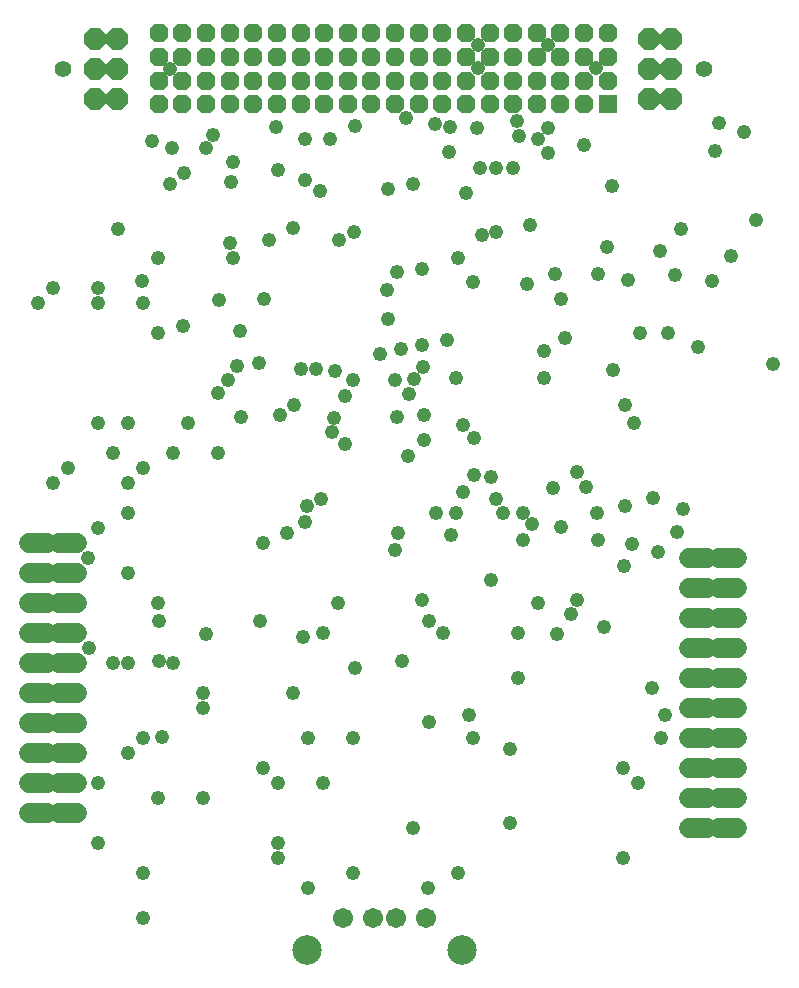
<source format=gbs>
G75*
%MOIN*%
%OFA0B0*%
%FSLAX25Y25*%
%IPPOS*%
%LPD*%
%AMOC8*
5,1,8,0,0,1.08239X$1,22.5*
%
%ADD10C,0.06800*%
%ADD11C,0.05524*%
%ADD12OC8,0.07296*%
%ADD13R,0.06186X0.06186*%
%ADD14OC8,0.06186*%
%ADD15C,0.06737*%
%ADD16C,0.09855*%
%ADD17C,0.04762*%
D10*
X0042000Y0090950D02*
X0048000Y0090950D01*
X0052000Y0090950D02*
X0058000Y0090950D01*
X0058000Y0100950D02*
X0052000Y0100950D01*
X0048000Y0100950D02*
X0042000Y0100950D01*
X0042000Y0110950D02*
X0048000Y0110950D01*
X0052000Y0110950D02*
X0058000Y0110950D01*
X0058000Y0120950D02*
X0052000Y0120950D01*
X0048000Y0120950D02*
X0042000Y0120950D01*
X0042000Y0130950D02*
X0048000Y0130950D01*
X0052000Y0130950D02*
X0058000Y0130950D01*
X0058000Y0140950D02*
X0052000Y0140950D01*
X0048000Y0140950D02*
X0042000Y0140950D01*
X0042000Y0150950D02*
X0048000Y0150950D01*
X0052000Y0150950D02*
X0058000Y0150950D01*
X0058000Y0160950D02*
X0052000Y0160950D01*
X0048000Y0160950D02*
X0042000Y0160950D01*
X0042000Y0170950D02*
X0048000Y0170950D01*
X0052000Y0170950D02*
X0058000Y0170950D01*
X0058000Y0180950D02*
X0052000Y0180950D01*
X0048000Y0180950D02*
X0042000Y0180950D01*
X0262000Y0175950D02*
X0268000Y0175950D01*
X0272000Y0175950D02*
X0278000Y0175950D01*
X0278000Y0165950D02*
X0272000Y0165950D01*
X0268000Y0165950D02*
X0262000Y0165950D01*
X0262000Y0155950D02*
X0268000Y0155950D01*
X0272000Y0155950D02*
X0278000Y0155950D01*
X0278000Y0145950D02*
X0272000Y0145950D01*
X0268000Y0145950D02*
X0262000Y0145950D01*
X0262000Y0135950D02*
X0268000Y0135950D01*
X0272000Y0135950D02*
X0278000Y0135950D01*
X0278000Y0125950D02*
X0272000Y0125950D01*
X0268000Y0125950D02*
X0262000Y0125950D01*
X0262000Y0115950D02*
X0268000Y0115950D01*
X0272000Y0115950D02*
X0278000Y0115950D01*
X0278000Y0105950D02*
X0272000Y0105950D01*
X0268000Y0105950D02*
X0262000Y0105950D01*
X0262000Y0095950D02*
X0268000Y0095950D01*
X0272000Y0095950D02*
X0278000Y0095950D01*
X0278000Y0085950D02*
X0272000Y0085950D01*
X0268000Y0085950D02*
X0262000Y0085950D01*
D11*
X0266870Y0338942D03*
X0053130Y0338942D03*
D12*
X0063996Y0339060D03*
X0063996Y0329060D03*
X0071398Y0329060D03*
X0071398Y0339060D03*
X0071398Y0349060D03*
X0063996Y0349060D03*
X0248602Y0349056D03*
X0256004Y0349056D03*
X0256004Y0339056D03*
X0256004Y0329056D03*
X0248602Y0329056D03*
X0248602Y0339056D03*
D13*
X0234803Y0327249D03*
D14*
X0234803Y0335123D03*
X0226929Y0335123D03*
X0226929Y0327249D03*
X0219055Y0327249D03*
X0219055Y0335123D03*
X0211181Y0335123D03*
X0211181Y0327249D03*
X0203307Y0327249D03*
X0195433Y0327249D03*
X0195433Y0335123D03*
X0203307Y0335123D03*
X0203307Y0342997D03*
X0195433Y0342997D03*
X0195433Y0350871D03*
X0203307Y0350871D03*
X0211181Y0350871D03*
X0211181Y0342997D03*
X0219055Y0342997D03*
X0226929Y0342997D03*
X0226929Y0350871D03*
X0219055Y0350871D03*
X0234803Y0350871D03*
X0234803Y0342997D03*
X0187559Y0342997D03*
X0179685Y0342997D03*
X0179685Y0350871D03*
X0187559Y0350871D03*
X0187559Y0335123D03*
X0187559Y0327249D03*
X0179685Y0327249D03*
X0179685Y0335123D03*
X0171811Y0335123D03*
X0171811Y0327249D03*
X0163937Y0327249D03*
X0163937Y0335123D03*
X0156063Y0335123D03*
X0156063Y0327249D03*
X0148189Y0327249D03*
X0148189Y0335123D03*
X0140315Y0335123D03*
X0140315Y0327249D03*
X0132441Y0327249D03*
X0132441Y0335123D03*
X0124567Y0335123D03*
X0124567Y0327249D03*
X0116693Y0327249D03*
X0108819Y0327249D03*
X0108819Y0335123D03*
X0116693Y0335123D03*
X0116693Y0342997D03*
X0124567Y0342997D03*
X0124567Y0350871D03*
X0116693Y0350871D03*
X0108819Y0350871D03*
X0108819Y0342997D03*
X0100945Y0342997D03*
X0093071Y0342997D03*
X0093071Y0350871D03*
X0100945Y0350871D03*
X0100945Y0335123D03*
X0100945Y0327249D03*
X0093071Y0327249D03*
X0093071Y0335123D03*
X0085197Y0335123D03*
X0085197Y0327249D03*
X0085197Y0342997D03*
X0085197Y0350871D03*
X0132441Y0350871D03*
X0132441Y0342997D03*
X0140315Y0342997D03*
X0140315Y0350871D03*
X0148189Y0350871D03*
X0148189Y0342997D03*
X0156063Y0342997D03*
X0156063Y0350871D03*
X0163937Y0350871D03*
X0163937Y0342997D03*
X0171811Y0342997D03*
X0171811Y0350871D03*
D15*
X0174230Y0056142D03*
X0164387Y0056142D03*
X0156513Y0056142D03*
X0146670Y0056142D03*
D16*
X0134584Y0045472D03*
X0186316Y0045472D03*
D17*
X0065000Y0080950D03*
X0080000Y0070950D03*
X0080000Y0055950D03*
X0085000Y0095950D03*
X0075000Y0110950D03*
X0080000Y0115950D03*
X0086375Y0116275D03*
X0100000Y0125950D03*
X0100000Y0130950D03*
X0090000Y0140950D03*
X0085250Y0141700D03*
X0075000Y0140950D03*
X0070000Y0140950D03*
X0061800Y0145950D03*
X0085250Y0155200D03*
X0085000Y0160950D03*
X0075000Y0170950D03*
X0061575Y0175950D03*
X0065000Y0185950D03*
X0075000Y0190950D03*
X0075000Y0200950D03*
X0080000Y0205950D03*
X0090000Y0210950D03*
X0095000Y0220950D03*
X0105000Y0230950D03*
X0108200Y0235525D03*
X0111350Y0240025D03*
X0118425Y0240900D03*
X0112250Y0251725D03*
X0105275Y0262075D03*
X0110000Y0275950D03*
X0108875Y0281200D03*
X0121925Y0282100D03*
X0130025Y0285925D03*
X0139025Y0298525D03*
X0133850Y0302125D03*
X0124775Y0305500D03*
X0134075Y0315625D03*
X0142400Y0315850D03*
X0150725Y0319900D03*
X0167600Y0322600D03*
X0177275Y0320575D03*
X0182225Y0319675D03*
X0182000Y0311350D03*
X0191225Y0319450D03*
X0192350Y0305950D03*
X0197750Y0305950D03*
X0203375Y0305950D03*
X0205400Y0316750D03*
X0204725Y0321700D03*
X0211475Y0315850D03*
X0215075Y0319450D03*
X0215000Y0310950D03*
X0227000Y0313600D03*
X0236225Y0300100D03*
X0234650Y0279850D03*
X0231500Y0270850D03*
X0241625Y0268825D03*
X0252200Y0278500D03*
X0257375Y0270400D03*
X0269750Y0268375D03*
X0276050Y0276700D03*
X0284375Y0288850D03*
X0270725Y0311625D03*
X0271775Y0321025D03*
X0280325Y0318100D03*
X0259400Y0285700D03*
X0255000Y0250950D03*
X0245450Y0251050D03*
X0236450Y0238675D03*
X0240500Y0227200D03*
X0243650Y0220900D03*
X0227675Y0199750D03*
X0224750Y0204700D03*
X0216425Y0199300D03*
X0206750Y0191200D03*
X0209675Y0187375D03*
X0206750Y0182200D03*
X0200000Y0191200D03*
X0197750Y0195700D03*
X0195950Y0202900D03*
X0190100Y0203800D03*
X0186500Y0197950D03*
X0184250Y0191200D03*
X0177750Y0190950D03*
X0182450Y0183550D03*
X0195950Y0168700D03*
X0211475Y0161050D03*
X0222500Y0157450D03*
X0224750Y0161950D03*
X0233750Y0152950D03*
X0218000Y0150700D03*
X0205000Y0150950D03*
X0205000Y0135950D03*
X0190000Y0115950D03*
X0188750Y0123700D03*
X0175250Y0121450D03*
X0166250Y0141700D03*
X0150500Y0139450D03*
X0140000Y0150950D03*
X0133175Y0149575D03*
X0119000Y0155200D03*
X0101000Y0150700D03*
X0130000Y0130950D03*
X0135000Y0115950D03*
X0150000Y0115950D03*
X0140000Y0100950D03*
X0125000Y0100950D03*
X0120000Y0105950D03*
X0100000Y0095950D03*
X0125000Y0080950D03*
X0125000Y0075950D03*
X0135000Y0065950D03*
X0150000Y0070950D03*
X0170000Y0085950D03*
X0185000Y0070950D03*
X0175000Y0065950D03*
X0202250Y0087700D03*
X0202250Y0112450D03*
X0180000Y0150950D03*
X0175250Y0155200D03*
X0173000Y0161950D03*
X0163875Y0178700D03*
X0164900Y0184450D03*
X0168275Y0209875D03*
X0173450Y0215275D03*
X0173450Y0223600D03*
X0168500Y0230575D03*
X0170175Y0235725D03*
X0173225Y0239575D03*
X0172775Y0247000D03*
X0165800Y0245650D03*
X0159050Y0244075D03*
X0163775Y0235300D03*
X0164675Y0223150D03*
X0147350Y0229900D03*
X0150050Y0235300D03*
X0143975Y0238450D03*
X0137450Y0238900D03*
X0132500Y0239125D03*
X0130250Y0227200D03*
X0125525Y0223600D03*
X0112475Y0222925D03*
X0105000Y0210950D03*
X0120000Y0180950D03*
X0128000Y0184450D03*
X0134075Y0188050D03*
X0134750Y0193450D03*
X0139250Y0195700D03*
X0147125Y0213925D03*
X0142850Y0217975D03*
X0143750Y0222700D03*
X0161525Y0255775D03*
X0161125Y0265225D03*
X0164675Y0271300D03*
X0173000Y0272425D03*
X0185000Y0275950D03*
X0189875Y0267925D03*
X0193025Y0283675D03*
X0197525Y0284800D03*
X0187625Y0297625D03*
X0169775Y0300725D03*
X0161525Y0298975D03*
X0150400Y0284600D03*
X0145325Y0281875D03*
X0120350Y0262525D03*
X0093125Y0253525D03*
X0085000Y0250950D03*
X0080000Y0260950D03*
X0079625Y0268375D03*
X0085000Y0275950D03*
X0071750Y0285700D03*
X0065000Y0265950D03*
X0065000Y0260950D03*
X0050000Y0265950D03*
X0045000Y0260950D03*
X0065000Y0220950D03*
X0070000Y0210950D03*
X0075000Y0220950D03*
X0055000Y0205950D03*
X0050000Y0200950D03*
X0065000Y0100950D03*
X0145000Y0160950D03*
X0190100Y0215950D03*
X0186500Y0220450D03*
X0184250Y0236200D03*
X0181325Y0248575D03*
X0207875Y0267250D03*
X0217325Y0270850D03*
X0219350Y0262525D03*
X0220475Y0249475D03*
X0213500Y0245200D03*
X0213500Y0236200D03*
X0240500Y0193450D03*
X0231275Y0191200D03*
X0231500Y0182200D03*
X0242975Y0180850D03*
X0240275Y0173425D03*
X0251525Y0177925D03*
X0257825Y0184675D03*
X0260000Y0192250D03*
X0250000Y0195950D03*
X0219100Y0186400D03*
X0249500Y0132700D03*
X0254000Y0123700D03*
X0252750Y0115950D03*
X0240000Y0105950D03*
X0245000Y0100950D03*
X0240000Y0075950D03*
X0290000Y0240700D03*
X0264800Y0246325D03*
X0208775Y0287050D03*
X0191450Y0339250D03*
X0191450Y0346900D03*
X0215075Y0346900D03*
X0230825Y0339250D03*
X0124175Y0319675D03*
X0110000Y0308200D03*
X0109100Y0301225D03*
X0101000Y0312700D03*
X0103250Y0317200D03*
X0093575Y0304375D03*
X0089075Y0300775D03*
X0089525Y0312700D03*
X0083000Y0314950D03*
X0089075Y0339025D03*
M02*

</source>
